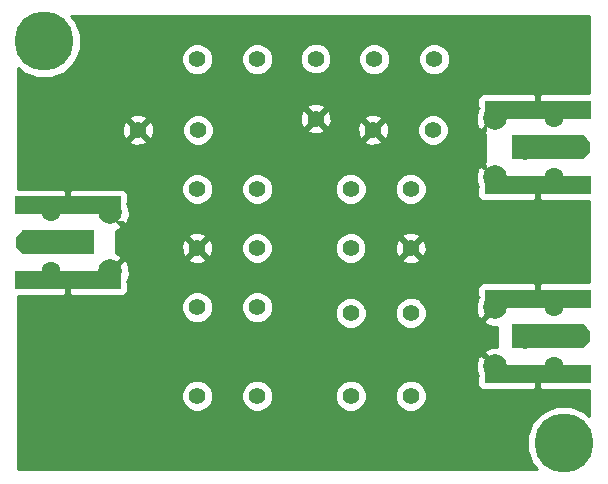
<source format=gtl>
G04 #@! TF.FileFunction,Copper,L1,Top,Signal*
%FSLAX45Y45*%
G04 Gerber Fmt 4.5, Leading zero omitted, Abs format (unit mm)*
G04 Created by KiCad (PCBNEW (2015-01-25 BZR 5388)-product) date Mo 03 Aug 2015 14:14:46 CEST*
%MOMM*%
G01*
G04 APERTURE LIST*
%ADD10C,0.150000*%
%ADD11C,5.001260*%
%ADD12C,1.422400*%
%ADD13C,1.397000*%
%ADD14R,8.999220X1.524000*%
%ADD15R,6.096000X1.998980*%
%ADD16C,1.998980*%
%ADD17C,1.600200*%
%ADD18C,0.508000*%
%ADD19C,0.254000*%
G04 APERTURE END LIST*
D10*
D11*
X17100042Y-9900158D03*
X12700000Y-6499860D03*
D12*
X15296000Y-9500000D03*
X15804000Y-9500000D03*
X15296000Y-8800000D03*
X15804000Y-8800000D03*
X15804000Y-7750000D03*
X15296000Y-7750000D03*
X15496000Y-6650000D03*
X16004000Y-6650000D03*
X13996000Y-6650000D03*
X14504000Y-6650000D03*
X14503908Y-7750048D03*
X13995908Y-7750048D03*
X13995908Y-8750046D03*
X14503908Y-8750046D03*
X13995908Y-9500108D03*
X14503908Y-9500108D03*
D13*
X15296000Y-8250000D03*
X15804000Y-8250000D03*
X15994000Y-7250000D03*
X15486000Y-7250000D03*
X14004036Y-7249922D03*
X13496036Y-7249922D03*
X15000000Y-6646000D03*
X15000000Y-7154000D03*
X14503908Y-8249920D03*
X13995908Y-8249920D03*
D14*
X12900074Y-8519484D03*
D10*
G36*
X12510819Y-8103051D02*
X12510819Y-8302949D01*
X12460781Y-8243005D01*
X12460781Y-8162995D01*
X12510819Y-8103051D01*
X12510819Y-8103051D01*
G37*
D14*
X12900074Y-7887024D03*
D15*
X12816000Y-8203000D03*
D16*
X13010056Y-8197920D03*
D17*
X12760120Y-7947984D03*
X12760120Y-8448110D03*
D16*
X13259992Y-8448110D03*
X13259992Y-7947984D03*
D14*
X16879926Y-7080516D03*
D10*
G36*
X17269181Y-7496949D02*
X17269181Y-7297051D01*
X17319219Y-7356995D01*
X17319219Y-7437005D01*
X17269181Y-7496949D01*
X17269181Y-7496949D01*
G37*
D14*
X16879926Y-7712976D03*
D15*
X16964000Y-7397000D03*
D16*
X16769944Y-7402080D03*
D17*
X17019880Y-7652016D03*
X17019880Y-7151890D03*
D16*
X16520008Y-7151890D03*
X16520008Y-7652016D03*
D14*
X16879926Y-8680516D03*
D10*
G36*
X17269181Y-9096949D02*
X17269181Y-8897051D01*
X17319219Y-8956995D01*
X17319219Y-9037005D01*
X17269181Y-9096949D01*
X17269181Y-9096949D01*
G37*
D14*
X16879926Y-9312976D03*
D15*
X16964000Y-8997000D03*
D16*
X16769944Y-9002080D03*
D17*
X17019880Y-9252016D03*
X17019880Y-8751890D03*
D16*
X16520008Y-8751890D03*
X16520008Y-9252016D03*
D18*
X16879926Y-9312976D02*
X16787024Y-9312976D01*
X16879926Y-9520074D02*
X16850000Y-9550000D01*
X16879926Y-9312976D02*
X16879926Y-9520074D01*
X13995908Y-8750046D02*
X13995908Y-8705908D01*
X12816000Y-8203000D02*
X12485800Y-8203000D01*
X16961000Y-9000000D02*
X16964000Y-8997000D01*
X16964000Y-8997000D02*
X17294200Y-8997000D01*
X16961000Y-7400000D02*
X16964000Y-7397000D01*
X16964000Y-7397000D02*
X17294200Y-7397000D01*
D19*
G36*
X17317466Y-9674129D02*
X17277893Y-9634487D01*
X17162687Y-9586650D01*
X17037944Y-9586541D01*
X16922655Y-9634177D01*
X16834371Y-9722307D01*
X16786534Y-9837513D01*
X16786425Y-9962256D01*
X16834061Y-10077545D01*
X16873775Y-10117328D01*
X16138643Y-10117328D01*
X16138643Y-6623340D01*
X16118192Y-6573843D01*
X16080356Y-6535941D01*
X16030895Y-6515403D01*
X15977340Y-6515357D01*
X15927843Y-6535808D01*
X15889941Y-6573644D01*
X15869403Y-6623105D01*
X15869357Y-6676660D01*
X15889808Y-6726156D01*
X15927644Y-6764059D01*
X15977105Y-6784597D01*
X16030660Y-6784643D01*
X16080156Y-6764192D01*
X16118059Y-6726356D01*
X16138597Y-6676895D01*
X16138643Y-6623340D01*
X16138643Y-10117328D01*
X16127373Y-10117328D01*
X16127373Y-7223591D01*
X16107115Y-7174562D01*
X16069635Y-7137017D01*
X16020641Y-7116673D01*
X15967591Y-7116627D01*
X15918562Y-7136885D01*
X15881017Y-7174365D01*
X15860673Y-7223359D01*
X15860627Y-7276409D01*
X15880885Y-7325438D01*
X15918365Y-7362983D01*
X15967359Y-7383327D01*
X16020409Y-7383373D01*
X16069438Y-7363115D01*
X16106983Y-7325635D01*
X16127327Y-7276641D01*
X16127373Y-7223591D01*
X16127373Y-10117328D01*
X15938643Y-10117328D01*
X15938643Y-9473340D01*
X15938643Y-8773340D01*
X15938643Y-7723340D01*
X15918192Y-7673843D01*
X15880356Y-7635941D01*
X15830895Y-7615403D01*
X15777340Y-7615357D01*
X15727843Y-7635808D01*
X15689941Y-7673644D01*
X15669403Y-7723105D01*
X15669357Y-7776660D01*
X15689808Y-7826156D01*
X15727644Y-7864059D01*
X15777105Y-7884597D01*
X15830660Y-7884643D01*
X15880156Y-7864192D01*
X15918059Y-7826356D01*
X15938597Y-7776895D01*
X15938643Y-7723340D01*
X15938643Y-8773340D01*
X15938593Y-8773217D01*
X15938593Y-8269252D01*
X15935715Y-8216280D01*
X15920980Y-8180707D01*
X15897419Y-8174542D01*
X15879458Y-8192502D01*
X15879458Y-8156581D01*
X15873293Y-8133020D01*
X15823252Y-8115407D01*
X15770280Y-8118285D01*
X15734707Y-8133020D01*
X15728542Y-8156581D01*
X15804000Y-8232039D01*
X15879458Y-8156581D01*
X15879458Y-8192502D01*
X15821960Y-8250000D01*
X15897419Y-8325458D01*
X15920980Y-8319293D01*
X15938593Y-8269252D01*
X15938593Y-8773217D01*
X15918192Y-8723844D01*
X15880356Y-8685941D01*
X15879458Y-8685569D01*
X15879458Y-8343419D01*
X15804000Y-8267960D01*
X15786039Y-8285921D01*
X15786039Y-8250000D01*
X15710581Y-8174542D01*
X15687020Y-8180707D01*
X15669407Y-8230748D01*
X15672285Y-8283720D01*
X15687020Y-8319293D01*
X15710581Y-8325458D01*
X15786039Y-8250000D01*
X15786039Y-8285921D01*
X15728542Y-8343419D01*
X15734707Y-8366980D01*
X15784748Y-8384593D01*
X15837720Y-8381715D01*
X15873293Y-8366980D01*
X15879458Y-8343419D01*
X15879458Y-8685569D01*
X15830895Y-8665403D01*
X15777340Y-8665357D01*
X15727843Y-8685808D01*
X15689941Y-8723644D01*
X15669403Y-8773105D01*
X15669357Y-8826660D01*
X15689808Y-8876157D01*
X15727644Y-8914059D01*
X15777105Y-8934597D01*
X15830660Y-8934643D01*
X15880156Y-8914192D01*
X15918059Y-8876356D01*
X15938597Y-8826895D01*
X15938643Y-8773340D01*
X15938643Y-9473340D01*
X15918192Y-9423844D01*
X15880356Y-9385941D01*
X15830895Y-9365403D01*
X15777340Y-9365357D01*
X15727843Y-9385808D01*
X15689941Y-9423644D01*
X15669403Y-9473105D01*
X15669357Y-9526660D01*
X15689808Y-9576157D01*
X15727644Y-9614059D01*
X15777105Y-9634597D01*
X15830660Y-9634643D01*
X15880156Y-9614192D01*
X15918059Y-9576356D01*
X15938597Y-9526895D01*
X15938643Y-9473340D01*
X15938643Y-10117328D01*
X15630643Y-10117328D01*
X15630643Y-6623340D01*
X15610192Y-6573843D01*
X15572356Y-6535941D01*
X15522895Y-6515403D01*
X15469340Y-6515357D01*
X15419843Y-6535808D01*
X15381941Y-6573644D01*
X15361403Y-6623105D01*
X15361357Y-6676660D01*
X15381808Y-6726156D01*
X15419644Y-6764059D01*
X15469105Y-6784597D01*
X15522660Y-6784643D01*
X15572156Y-6764192D01*
X15610059Y-6726356D01*
X15630597Y-6676895D01*
X15630643Y-6623340D01*
X15630643Y-10117328D01*
X15620593Y-10117328D01*
X15620593Y-7269252D01*
X15617715Y-7216280D01*
X15602980Y-7180707D01*
X15579419Y-7174542D01*
X15561458Y-7192502D01*
X15561458Y-7156581D01*
X15555293Y-7133020D01*
X15505252Y-7115407D01*
X15452280Y-7118285D01*
X15416707Y-7133020D01*
X15410542Y-7156581D01*
X15486000Y-7232039D01*
X15561458Y-7156581D01*
X15561458Y-7192502D01*
X15503960Y-7250000D01*
X15579419Y-7325458D01*
X15602980Y-7319293D01*
X15620593Y-7269252D01*
X15620593Y-10117328D01*
X15561458Y-10117328D01*
X15561458Y-7343419D01*
X15486000Y-7267960D01*
X15468039Y-7285921D01*
X15468039Y-7250000D01*
X15392581Y-7174542D01*
X15369020Y-7180707D01*
X15351407Y-7230748D01*
X15354285Y-7283720D01*
X15369020Y-7319293D01*
X15392581Y-7325458D01*
X15468039Y-7250000D01*
X15468039Y-7285921D01*
X15410542Y-7343419D01*
X15416707Y-7366980D01*
X15466748Y-7384593D01*
X15519720Y-7381715D01*
X15555293Y-7366980D01*
X15561458Y-7343419D01*
X15561458Y-10117328D01*
X15430643Y-10117328D01*
X15430643Y-9473340D01*
X15430643Y-8773340D01*
X15430643Y-7723340D01*
X15410192Y-7673843D01*
X15372356Y-7635941D01*
X15322895Y-7615403D01*
X15269340Y-7615357D01*
X15219843Y-7635808D01*
X15181941Y-7673644D01*
X15161403Y-7723105D01*
X15161357Y-7776660D01*
X15181808Y-7826156D01*
X15219644Y-7864059D01*
X15269105Y-7884597D01*
X15322660Y-7884643D01*
X15372156Y-7864192D01*
X15410059Y-7826356D01*
X15430597Y-7776895D01*
X15430643Y-7723340D01*
X15430643Y-8773340D01*
X15429373Y-8770266D01*
X15429373Y-8223591D01*
X15409115Y-8174562D01*
X15371635Y-8137017D01*
X15322641Y-8116673D01*
X15269591Y-8116627D01*
X15220562Y-8136885D01*
X15183017Y-8174365D01*
X15162673Y-8223359D01*
X15162627Y-8276409D01*
X15182885Y-8325438D01*
X15220365Y-8362983D01*
X15269359Y-8383327D01*
X15322409Y-8383373D01*
X15371438Y-8363115D01*
X15408983Y-8325635D01*
X15429327Y-8276641D01*
X15429373Y-8223591D01*
X15429373Y-8770266D01*
X15410192Y-8723844D01*
X15372356Y-8685941D01*
X15322895Y-8665403D01*
X15269340Y-8665357D01*
X15219843Y-8685808D01*
X15181941Y-8723644D01*
X15161403Y-8773105D01*
X15161357Y-8826660D01*
X15181808Y-8876157D01*
X15219644Y-8914059D01*
X15269105Y-8934597D01*
X15322660Y-8934643D01*
X15372156Y-8914192D01*
X15410059Y-8876356D01*
X15430597Y-8826895D01*
X15430643Y-8773340D01*
X15430643Y-9473340D01*
X15410192Y-9423844D01*
X15372356Y-9385941D01*
X15322895Y-9365403D01*
X15269340Y-9365357D01*
X15219843Y-9385808D01*
X15181941Y-9423644D01*
X15161403Y-9473105D01*
X15161357Y-9526660D01*
X15181808Y-9576157D01*
X15219644Y-9614059D01*
X15269105Y-9634597D01*
X15322660Y-9634643D01*
X15372156Y-9614192D01*
X15410059Y-9576356D01*
X15430597Y-9526895D01*
X15430643Y-9473340D01*
X15430643Y-10117328D01*
X15134593Y-10117328D01*
X15134593Y-7173252D01*
X15133373Y-7150803D01*
X15133373Y-6619591D01*
X15113115Y-6570562D01*
X15075635Y-6533017D01*
X15026641Y-6512673D01*
X14973591Y-6512627D01*
X14924562Y-6532885D01*
X14887017Y-6570365D01*
X14866673Y-6619359D01*
X14866627Y-6672409D01*
X14886885Y-6721438D01*
X14924365Y-6758983D01*
X14973359Y-6779327D01*
X15026409Y-6779373D01*
X15075438Y-6759115D01*
X15112983Y-6721635D01*
X15133327Y-6672641D01*
X15133373Y-6619591D01*
X15133373Y-7150803D01*
X15131715Y-7120280D01*
X15116980Y-7084707D01*
X15093419Y-7078542D01*
X15075458Y-7096502D01*
X15075458Y-7060581D01*
X15069293Y-7037020D01*
X15019252Y-7019407D01*
X14966280Y-7022285D01*
X14930707Y-7037020D01*
X14924542Y-7060581D01*
X15000000Y-7136039D01*
X15075458Y-7060581D01*
X15075458Y-7096502D01*
X15017960Y-7154000D01*
X15093419Y-7229458D01*
X15116980Y-7223293D01*
X15134593Y-7173252D01*
X15134593Y-10117328D01*
X15075458Y-10117328D01*
X15075458Y-7247419D01*
X15000000Y-7171960D01*
X14982039Y-7189921D01*
X14982039Y-7154000D01*
X14906581Y-7078542D01*
X14883020Y-7084707D01*
X14865407Y-7134748D01*
X14868285Y-7187720D01*
X14883020Y-7223293D01*
X14906581Y-7229458D01*
X14982039Y-7154000D01*
X14982039Y-7189921D01*
X14924542Y-7247419D01*
X14930707Y-7270980D01*
X14980748Y-7288593D01*
X15033720Y-7285715D01*
X15069293Y-7270980D01*
X15075458Y-7247419D01*
X15075458Y-10117328D01*
X14638643Y-10117328D01*
X14638643Y-6623340D01*
X14618192Y-6573843D01*
X14580356Y-6535941D01*
X14530895Y-6515403D01*
X14477340Y-6515357D01*
X14427843Y-6535808D01*
X14389941Y-6573644D01*
X14369403Y-6623105D01*
X14369357Y-6676660D01*
X14389808Y-6726156D01*
X14427644Y-6764059D01*
X14477105Y-6784597D01*
X14530660Y-6784643D01*
X14580156Y-6764192D01*
X14618059Y-6726356D01*
X14638597Y-6676895D01*
X14638643Y-6623340D01*
X14638643Y-10117328D01*
X14638551Y-10117328D01*
X14638551Y-9473448D01*
X14638551Y-8723386D01*
X14638551Y-7723388D01*
X14618100Y-7673891D01*
X14580264Y-7635989D01*
X14530803Y-7615451D01*
X14477248Y-7615405D01*
X14427751Y-7635856D01*
X14389849Y-7673692D01*
X14369311Y-7723153D01*
X14369265Y-7776708D01*
X14389716Y-7826204D01*
X14427552Y-7864107D01*
X14477013Y-7884645D01*
X14530568Y-7884691D01*
X14580064Y-7864240D01*
X14617967Y-7826404D01*
X14638505Y-7776943D01*
X14638551Y-7723388D01*
X14638551Y-8723386D01*
X14637281Y-8720312D01*
X14637281Y-8223511D01*
X14617023Y-8174482D01*
X14579543Y-8136937D01*
X14530549Y-8116593D01*
X14477499Y-8116547D01*
X14428470Y-8136805D01*
X14390925Y-8174285D01*
X14370581Y-8223279D01*
X14370535Y-8276329D01*
X14390793Y-8325358D01*
X14428273Y-8362903D01*
X14477267Y-8383247D01*
X14530317Y-8383293D01*
X14579346Y-8363035D01*
X14616891Y-8325555D01*
X14637235Y-8276561D01*
X14637281Y-8223511D01*
X14637281Y-8720312D01*
X14618100Y-8673890D01*
X14580264Y-8635987D01*
X14530803Y-8615449D01*
X14477248Y-8615403D01*
X14427751Y-8635854D01*
X14389849Y-8673690D01*
X14369311Y-8723151D01*
X14369265Y-8776706D01*
X14389716Y-8826203D01*
X14427552Y-8864105D01*
X14477013Y-8884643D01*
X14530568Y-8884689D01*
X14580064Y-8864238D01*
X14617967Y-8826402D01*
X14638505Y-8776941D01*
X14638551Y-8723386D01*
X14638551Y-9473448D01*
X14618100Y-9423952D01*
X14580264Y-9386049D01*
X14530803Y-9365511D01*
X14477248Y-9365465D01*
X14427751Y-9385916D01*
X14389849Y-9423752D01*
X14369311Y-9473213D01*
X14369265Y-9526768D01*
X14389716Y-9576265D01*
X14427552Y-9614167D01*
X14477013Y-9634705D01*
X14530568Y-9634751D01*
X14580064Y-9614300D01*
X14617967Y-9576464D01*
X14638505Y-9527003D01*
X14638551Y-9473448D01*
X14638551Y-10117328D01*
X14137409Y-10117328D01*
X14137409Y-7223513D01*
X14130643Y-7207139D01*
X14130643Y-6623340D01*
X14110192Y-6573843D01*
X14072356Y-6535941D01*
X14022895Y-6515403D01*
X13969340Y-6515357D01*
X13919843Y-6535808D01*
X13881941Y-6573644D01*
X13861403Y-6623105D01*
X13861357Y-6676660D01*
X13881808Y-6726156D01*
X13919644Y-6764059D01*
X13969105Y-6784597D01*
X14022660Y-6784643D01*
X14072156Y-6764192D01*
X14110059Y-6726356D01*
X14130597Y-6676895D01*
X14130643Y-6623340D01*
X14130643Y-7207139D01*
X14117151Y-7174484D01*
X14079671Y-7136939D01*
X14030677Y-7116595D01*
X13977627Y-7116549D01*
X13928598Y-7136807D01*
X13891053Y-7174287D01*
X13870709Y-7223281D01*
X13870663Y-7276331D01*
X13890921Y-7325360D01*
X13928401Y-7362905D01*
X13977395Y-7383249D01*
X14030445Y-7383295D01*
X14079474Y-7363037D01*
X14117019Y-7325557D01*
X14137363Y-7276563D01*
X14137409Y-7223513D01*
X14137409Y-10117328D01*
X14130551Y-10117328D01*
X14130551Y-9473448D01*
X14130551Y-8723386D01*
X14130551Y-7723388D01*
X14110100Y-7673891D01*
X14072264Y-7635989D01*
X14022803Y-7615451D01*
X13969248Y-7615405D01*
X13919751Y-7635856D01*
X13881849Y-7673692D01*
X13861311Y-7723153D01*
X13861265Y-7776708D01*
X13881716Y-7826204D01*
X13919552Y-7864107D01*
X13969013Y-7884645D01*
X14022568Y-7884691D01*
X14072064Y-7864240D01*
X14109967Y-7826404D01*
X14130505Y-7776943D01*
X14130551Y-7723388D01*
X14130551Y-8723386D01*
X14130501Y-8723263D01*
X14130501Y-8269172D01*
X14127623Y-8216200D01*
X14112888Y-8180627D01*
X14089327Y-8174462D01*
X14071366Y-8192422D01*
X14071366Y-8156501D01*
X14065201Y-8132940D01*
X14015160Y-8115327D01*
X13962188Y-8118205D01*
X13926615Y-8132940D01*
X13920450Y-8156501D01*
X13995908Y-8231959D01*
X14071366Y-8156501D01*
X14071366Y-8192422D01*
X14013868Y-8249920D01*
X14089327Y-8325378D01*
X14112888Y-8319213D01*
X14130501Y-8269172D01*
X14130501Y-8723263D01*
X14110100Y-8673890D01*
X14072264Y-8635987D01*
X14071366Y-8635615D01*
X14071366Y-8343339D01*
X13995908Y-8267880D01*
X13977947Y-8285841D01*
X13977947Y-8249920D01*
X13902489Y-8174462D01*
X13878928Y-8180627D01*
X13861315Y-8230668D01*
X13864193Y-8283640D01*
X13878928Y-8319213D01*
X13902489Y-8325378D01*
X13977947Y-8249920D01*
X13977947Y-8285841D01*
X13920450Y-8343339D01*
X13926615Y-8366900D01*
X13976656Y-8384513D01*
X14029628Y-8381635D01*
X14065201Y-8366900D01*
X14071366Y-8343339D01*
X14071366Y-8635615D01*
X14022803Y-8615449D01*
X13969248Y-8615403D01*
X13919751Y-8635854D01*
X13881849Y-8673690D01*
X13861311Y-8723151D01*
X13861265Y-8776706D01*
X13881716Y-8826203D01*
X13919552Y-8864105D01*
X13969013Y-8884643D01*
X14022568Y-8884689D01*
X14072064Y-8864238D01*
X14109967Y-8826402D01*
X14130505Y-8776941D01*
X14130551Y-8723386D01*
X14130551Y-9473448D01*
X14110100Y-9423952D01*
X14072264Y-9386049D01*
X14022803Y-9365511D01*
X13969248Y-9365465D01*
X13919751Y-9385916D01*
X13881849Y-9423752D01*
X13861311Y-9473213D01*
X13861265Y-9526768D01*
X13881716Y-9576265D01*
X13919552Y-9614167D01*
X13969013Y-9634705D01*
X14022568Y-9634751D01*
X14072064Y-9614300D01*
X14109967Y-9576464D01*
X14130505Y-9527003D01*
X14130551Y-9473448D01*
X14130551Y-10117328D01*
X13630629Y-10117328D01*
X13630629Y-7269174D01*
X13627751Y-7216202D01*
X13613016Y-7180629D01*
X13589455Y-7174464D01*
X13571494Y-7192424D01*
X13571494Y-7156503D01*
X13565329Y-7132942D01*
X13515288Y-7115329D01*
X13462316Y-7118207D01*
X13426743Y-7132942D01*
X13420578Y-7156503D01*
X13496036Y-7231961D01*
X13571494Y-7156503D01*
X13571494Y-7192424D01*
X13513996Y-7249922D01*
X13589455Y-7325380D01*
X13613016Y-7319215D01*
X13630629Y-7269174D01*
X13630629Y-10117328D01*
X13571494Y-10117328D01*
X13571494Y-7343341D01*
X13496036Y-7267882D01*
X13478075Y-7285843D01*
X13478075Y-7249922D01*
X13402617Y-7174464D01*
X13379056Y-7180629D01*
X13361443Y-7230670D01*
X13364321Y-7283642D01*
X13379056Y-7319215D01*
X13402617Y-7325380D01*
X13478075Y-7249922D01*
X13478075Y-7285843D01*
X13420578Y-7343341D01*
X13426743Y-7366902D01*
X13476784Y-7384515D01*
X13529756Y-7381637D01*
X13565329Y-7366902D01*
X13571494Y-7343341D01*
X13571494Y-10117328D01*
X12482576Y-10117328D01*
X12482576Y-8659184D01*
X12871499Y-8659184D01*
X12887374Y-8643309D01*
X12887374Y-8532184D01*
X12885374Y-8532184D01*
X12885374Y-8523559D01*
X12885515Y-8523517D01*
X12892248Y-8504784D01*
X12912774Y-8504784D01*
X12912774Y-8506784D01*
X13106198Y-8506784D01*
X13116719Y-8532184D01*
X12912774Y-8532184D01*
X12912774Y-8643309D01*
X12928649Y-8659184D01*
X13362666Y-8659184D01*
X13386005Y-8649517D01*
X13403868Y-8631654D01*
X13413535Y-8608315D01*
X13413535Y-8583053D01*
X13413535Y-8548059D01*
X13401226Y-8535750D01*
X13401888Y-8535506D01*
X13424532Y-8474552D01*
X13422126Y-8409572D01*
X13401888Y-8360714D01*
X13375208Y-8350854D01*
X13346278Y-8379784D01*
X13312700Y-8379784D01*
X13312700Y-8377441D01*
X13357248Y-8332894D01*
X13347388Y-8306213D01*
X13312700Y-8293327D01*
X13312700Y-8104248D01*
X13347388Y-8089880D01*
X13357248Y-8063200D01*
X13320771Y-8026724D01*
X13356692Y-8026724D01*
X13375208Y-8045240D01*
X13401888Y-8035380D01*
X13424532Y-7974426D01*
X13422126Y-7909446D01*
X13404673Y-7867311D01*
X13413535Y-7858449D01*
X13413535Y-7823455D01*
X13413535Y-7798193D01*
X13403868Y-7774854D01*
X13386005Y-7756991D01*
X13362666Y-7747324D01*
X12928649Y-7747324D01*
X12912774Y-7763199D01*
X12912774Y-7874324D01*
X13112993Y-7874324D01*
X13103557Y-7899724D01*
X12912774Y-7899724D01*
X12912774Y-7901724D01*
X12897587Y-7901724D01*
X12886238Y-7874324D01*
X12887374Y-7874324D01*
X12887374Y-7763199D01*
X12871499Y-7747324D01*
X12482576Y-7747324D01*
X12482576Y-6725889D01*
X12522149Y-6765531D01*
X12637355Y-6813368D01*
X12762098Y-6813477D01*
X12877387Y-6765841D01*
X12965671Y-6677711D01*
X13013508Y-6562505D01*
X13013617Y-6437762D01*
X12965981Y-6322473D01*
X12926014Y-6282436D01*
X17317466Y-6282436D01*
X17317466Y-6940816D01*
X16908501Y-6940816D01*
X16892626Y-6956691D01*
X16892626Y-7067816D01*
X16894626Y-7067816D01*
X16894626Y-7076441D01*
X16894485Y-7076483D01*
X16887752Y-7095216D01*
X16867226Y-7095216D01*
X16867226Y-7093216D01*
X16673801Y-7093216D01*
X16663280Y-7067816D01*
X16867226Y-7067816D01*
X16867226Y-6956691D01*
X16851351Y-6940816D01*
X16417334Y-6940816D01*
X16393995Y-6950483D01*
X16376132Y-6968346D01*
X16366465Y-6991685D01*
X16366465Y-7016947D01*
X16366465Y-7051941D01*
X16378773Y-7064249D01*
X16378111Y-7064494D01*
X16355468Y-7125448D01*
X16357874Y-7190428D01*
X16378111Y-7239286D01*
X16404792Y-7249146D01*
X16433721Y-7220216D01*
X16437300Y-7220216D01*
X16437300Y-7252558D01*
X16422752Y-7267106D01*
X16432612Y-7293786D01*
X16437300Y-7295528D01*
X16437300Y-7508178D01*
X16432612Y-7510119D01*
X16422752Y-7536800D01*
X16437300Y-7551347D01*
X16437300Y-7573276D01*
X16423307Y-7573276D01*
X16404792Y-7554760D01*
X16378111Y-7564620D01*
X16355468Y-7625574D01*
X16357874Y-7690554D01*
X16375327Y-7732689D01*
X16366465Y-7741551D01*
X16366465Y-7776545D01*
X16366465Y-7801807D01*
X16376132Y-7825146D01*
X16393995Y-7843009D01*
X16417334Y-7852676D01*
X16851351Y-7852676D01*
X16867226Y-7836801D01*
X16867226Y-7725676D01*
X16667007Y-7725676D01*
X16671827Y-7712700D01*
X16888387Y-7712700D01*
X16893762Y-7725676D01*
X16892626Y-7725676D01*
X16892626Y-7836801D01*
X16908501Y-7852676D01*
X17317466Y-7852676D01*
X17317466Y-8540816D01*
X16908501Y-8540816D01*
X16892626Y-8556691D01*
X16892626Y-8667816D01*
X16894626Y-8667816D01*
X16894626Y-8676441D01*
X16894485Y-8676484D01*
X16887752Y-8695216D01*
X16867226Y-8695216D01*
X16867226Y-8693216D01*
X16673801Y-8693216D01*
X16663280Y-8667816D01*
X16867226Y-8667816D01*
X16867226Y-8556691D01*
X16851351Y-8540816D01*
X16417334Y-8540816D01*
X16393995Y-8550483D01*
X16376132Y-8568346D01*
X16366465Y-8591685D01*
X16366465Y-8616947D01*
X16366465Y-8651941D01*
X16378773Y-8664250D01*
X16378111Y-8664494D01*
X16355468Y-8725448D01*
X16357874Y-8790428D01*
X16378111Y-8839286D01*
X16404792Y-8849146D01*
X16433721Y-8820216D01*
X16469642Y-8820216D01*
X16422752Y-8867106D01*
X16432612Y-8893787D01*
X16493566Y-8916430D01*
X16537300Y-8914811D01*
X16537300Y-9000000D01*
X16537300Y-9087815D01*
X16481470Y-9089882D01*
X16432612Y-9110120D01*
X16422752Y-9136800D01*
X16459228Y-9173276D01*
X16423307Y-9173276D01*
X16404792Y-9154760D01*
X16378111Y-9164620D01*
X16355468Y-9225574D01*
X16357874Y-9290554D01*
X16375327Y-9332689D01*
X16366465Y-9341551D01*
X16366465Y-9376545D01*
X16366465Y-9401807D01*
X16376132Y-9425146D01*
X16393995Y-9443009D01*
X16417334Y-9452676D01*
X16851351Y-9452676D01*
X16867226Y-9436801D01*
X16867226Y-9325676D01*
X16667007Y-9325676D01*
X16676443Y-9300276D01*
X16867226Y-9300276D01*
X16867226Y-9298276D01*
X16882412Y-9298276D01*
X16893762Y-9325676D01*
X16892626Y-9325676D01*
X16892626Y-9436801D01*
X16908501Y-9452676D01*
X17317466Y-9452676D01*
X17317466Y-9674129D01*
X17317466Y-9674129D01*
G37*
X17317466Y-9674129D02*
X17277893Y-9634487D01*
X17162687Y-9586650D01*
X17037944Y-9586541D01*
X16922655Y-9634177D01*
X16834371Y-9722307D01*
X16786534Y-9837513D01*
X16786425Y-9962256D01*
X16834061Y-10077545D01*
X16873775Y-10117328D01*
X16138643Y-10117328D01*
X16138643Y-6623340D01*
X16118192Y-6573843D01*
X16080356Y-6535941D01*
X16030895Y-6515403D01*
X15977340Y-6515357D01*
X15927843Y-6535808D01*
X15889941Y-6573644D01*
X15869403Y-6623105D01*
X15869357Y-6676660D01*
X15889808Y-6726156D01*
X15927644Y-6764059D01*
X15977105Y-6784597D01*
X16030660Y-6784643D01*
X16080156Y-6764192D01*
X16118059Y-6726356D01*
X16138597Y-6676895D01*
X16138643Y-6623340D01*
X16138643Y-10117328D01*
X16127373Y-10117328D01*
X16127373Y-7223591D01*
X16107115Y-7174562D01*
X16069635Y-7137017D01*
X16020641Y-7116673D01*
X15967591Y-7116627D01*
X15918562Y-7136885D01*
X15881017Y-7174365D01*
X15860673Y-7223359D01*
X15860627Y-7276409D01*
X15880885Y-7325438D01*
X15918365Y-7362983D01*
X15967359Y-7383327D01*
X16020409Y-7383373D01*
X16069438Y-7363115D01*
X16106983Y-7325635D01*
X16127327Y-7276641D01*
X16127373Y-7223591D01*
X16127373Y-10117328D01*
X15938643Y-10117328D01*
X15938643Y-9473340D01*
X15938643Y-8773340D01*
X15938643Y-7723340D01*
X15918192Y-7673843D01*
X15880356Y-7635941D01*
X15830895Y-7615403D01*
X15777340Y-7615357D01*
X15727843Y-7635808D01*
X15689941Y-7673644D01*
X15669403Y-7723105D01*
X15669357Y-7776660D01*
X15689808Y-7826156D01*
X15727644Y-7864059D01*
X15777105Y-7884597D01*
X15830660Y-7884643D01*
X15880156Y-7864192D01*
X15918059Y-7826356D01*
X15938597Y-7776895D01*
X15938643Y-7723340D01*
X15938643Y-8773340D01*
X15938593Y-8773217D01*
X15938593Y-8269252D01*
X15935715Y-8216280D01*
X15920980Y-8180707D01*
X15897419Y-8174542D01*
X15879458Y-8192502D01*
X15879458Y-8156581D01*
X15873293Y-8133020D01*
X15823252Y-8115407D01*
X15770280Y-8118285D01*
X15734707Y-8133020D01*
X15728542Y-8156581D01*
X15804000Y-8232039D01*
X15879458Y-8156581D01*
X15879458Y-8192502D01*
X15821960Y-8250000D01*
X15897419Y-8325458D01*
X15920980Y-8319293D01*
X15938593Y-8269252D01*
X15938593Y-8773217D01*
X15918192Y-8723844D01*
X15880356Y-8685941D01*
X15879458Y-8685569D01*
X15879458Y-8343419D01*
X15804000Y-8267960D01*
X15786039Y-8285921D01*
X15786039Y-8250000D01*
X15710581Y-8174542D01*
X15687020Y-8180707D01*
X15669407Y-8230748D01*
X15672285Y-8283720D01*
X15687020Y-8319293D01*
X15710581Y-8325458D01*
X15786039Y-8250000D01*
X15786039Y-8285921D01*
X15728542Y-8343419D01*
X15734707Y-8366980D01*
X15784748Y-8384593D01*
X15837720Y-8381715D01*
X15873293Y-8366980D01*
X15879458Y-8343419D01*
X15879458Y-8685569D01*
X15830895Y-8665403D01*
X15777340Y-8665357D01*
X15727843Y-8685808D01*
X15689941Y-8723644D01*
X15669403Y-8773105D01*
X15669357Y-8826660D01*
X15689808Y-8876157D01*
X15727644Y-8914059D01*
X15777105Y-8934597D01*
X15830660Y-8934643D01*
X15880156Y-8914192D01*
X15918059Y-8876356D01*
X15938597Y-8826895D01*
X15938643Y-8773340D01*
X15938643Y-9473340D01*
X15918192Y-9423844D01*
X15880356Y-9385941D01*
X15830895Y-9365403D01*
X15777340Y-9365357D01*
X15727843Y-9385808D01*
X15689941Y-9423644D01*
X15669403Y-9473105D01*
X15669357Y-9526660D01*
X15689808Y-9576157D01*
X15727644Y-9614059D01*
X15777105Y-9634597D01*
X15830660Y-9634643D01*
X15880156Y-9614192D01*
X15918059Y-9576356D01*
X15938597Y-9526895D01*
X15938643Y-9473340D01*
X15938643Y-10117328D01*
X15630643Y-10117328D01*
X15630643Y-6623340D01*
X15610192Y-6573843D01*
X15572356Y-6535941D01*
X15522895Y-6515403D01*
X15469340Y-6515357D01*
X15419843Y-6535808D01*
X15381941Y-6573644D01*
X15361403Y-6623105D01*
X15361357Y-6676660D01*
X15381808Y-6726156D01*
X15419644Y-6764059D01*
X15469105Y-6784597D01*
X15522660Y-6784643D01*
X15572156Y-6764192D01*
X15610059Y-6726356D01*
X15630597Y-6676895D01*
X15630643Y-6623340D01*
X15630643Y-10117328D01*
X15620593Y-10117328D01*
X15620593Y-7269252D01*
X15617715Y-7216280D01*
X15602980Y-7180707D01*
X15579419Y-7174542D01*
X15561458Y-7192502D01*
X15561458Y-7156581D01*
X15555293Y-7133020D01*
X15505252Y-7115407D01*
X15452280Y-7118285D01*
X15416707Y-7133020D01*
X15410542Y-7156581D01*
X15486000Y-7232039D01*
X15561458Y-7156581D01*
X15561458Y-7192502D01*
X15503960Y-7250000D01*
X15579419Y-7325458D01*
X15602980Y-7319293D01*
X15620593Y-7269252D01*
X15620593Y-10117328D01*
X15561458Y-10117328D01*
X15561458Y-7343419D01*
X15486000Y-7267960D01*
X15468039Y-7285921D01*
X15468039Y-7250000D01*
X15392581Y-7174542D01*
X15369020Y-7180707D01*
X15351407Y-7230748D01*
X15354285Y-7283720D01*
X15369020Y-7319293D01*
X15392581Y-7325458D01*
X15468039Y-7250000D01*
X15468039Y-7285921D01*
X15410542Y-7343419D01*
X15416707Y-7366980D01*
X15466748Y-7384593D01*
X15519720Y-7381715D01*
X15555293Y-7366980D01*
X15561458Y-7343419D01*
X15561458Y-10117328D01*
X15430643Y-10117328D01*
X15430643Y-9473340D01*
X15430643Y-8773340D01*
X15430643Y-7723340D01*
X15410192Y-7673843D01*
X15372356Y-7635941D01*
X15322895Y-7615403D01*
X15269340Y-7615357D01*
X15219843Y-7635808D01*
X15181941Y-7673644D01*
X15161403Y-7723105D01*
X15161357Y-7776660D01*
X15181808Y-7826156D01*
X15219644Y-7864059D01*
X15269105Y-7884597D01*
X15322660Y-7884643D01*
X15372156Y-7864192D01*
X15410059Y-7826356D01*
X15430597Y-7776895D01*
X15430643Y-7723340D01*
X15430643Y-8773340D01*
X15429373Y-8770266D01*
X15429373Y-8223591D01*
X15409115Y-8174562D01*
X15371635Y-8137017D01*
X15322641Y-8116673D01*
X15269591Y-8116627D01*
X15220562Y-8136885D01*
X15183017Y-8174365D01*
X15162673Y-8223359D01*
X15162627Y-8276409D01*
X15182885Y-8325438D01*
X15220365Y-8362983D01*
X15269359Y-8383327D01*
X15322409Y-8383373D01*
X15371438Y-8363115D01*
X15408983Y-8325635D01*
X15429327Y-8276641D01*
X15429373Y-8223591D01*
X15429373Y-8770266D01*
X15410192Y-8723844D01*
X15372356Y-8685941D01*
X15322895Y-8665403D01*
X15269340Y-8665357D01*
X15219843Y-8685808D01*
X15181941Y-8723644D01*
X15161403Y-8773105D01*
X15161357Y-8826660D01*
X15181808Y-8876157D01*
X15219644Y-8914059D01*
X15269105Y-8934597D01*
X15322660Y-8934643D01*
X15372156Y-8914192D01*
X15410059Y-8876356D01*
X15430597Y-8826895D01*
X15430643Y-8773340D01*
X15430643Y-9473340D01*
X15410192Y-9423844D01*
X15372356Y-9385941D01*
X15322895Y-9365403D01*
X15269340Y-9365357D01*
X15219843Y-9385808D01*
X15181941Y-9423644D01*
X15161403Y-9473105D01*
X15161357Y-9526660D01*
X15181808Y-9576157D01*
X15219644Y-9614059D01*
X15269105Y-9634597D01*
X15322660Y-9634643D01*
X15372156Y-9614192D01*
X15410059Y-9576356D01*
X15430597Y-9526895D01*
X15430643Y-9473340D01*
X15430643Y-10117328D01*
X15134593Y-10117328D01*
X15134593Y-7173252D01*
X15133373Y-7150803D01*
X15133373Y-6619591D01*
X15113115Y-6570562D01*
X15075635Y-6533017D01*
X15026641Y-6512673D01*
X14973591Y-6512627D01*
X14924562Y-6532885D01*
X14887017Y-6570365D01*
X14866673Y-6619359D01*
X14866627Y-6672409D01*
X14886885Y-6721438D01*
X14924365Y-6758983D01*
X14973359Y-6779327D01*
X15026409Y-6779373D01*
X15075438Y-6759115D01*
X15112983Y-6721635D01*
X15133327Y-6672641D01*
X15133373Y-6619591D01*
X15133373Y-7150803D01*
X15131715Y-7120280D01*
X15116980Y-7084707D01*
X15093419Y-7078542D01*
X15075458Y-7096502D01*
X15075458Y-7060581D01*
X15069293Y-7037020D01*
X15019252Y-7019407D01*
X14966280Y-7022285D01*
X14930707Y-7037020D01*
X14924542Y-7060581D01*
X15000000Y-7136039D01*
X15075458Y-7060581D01*
X15075458Y-7096502D01*
X15017960Y-7154000D01*
X15093419Y-7229458D01*
X15116980Y-7223293D01*
X15134593Y-7173252D01*
X15134593Y-10117328D01*
X15075458Y-10117328D01*
X15075458Y-7247419D01*
X15000000Y-7171960D01*
X14982039Y-7189921D01*
X14982039Y-7154000D01*
X14906581Y-7078542D01*
X14883020Y-7084707D01*
X14865407Y-7134748D01*
X14868285Y-7187720D01*
X14883020Y-7223293D01*
X14906581Y-7229458D01*
X14982039Y-7154000D01*
X14982039Y-7189921D01*
X14924542Y-7247419D01*
X14930707Y-7270980D01*
X14980748Y-7288593D01*
X15033720Y-7285715D01*
X15069293Y-7270980D01*
X15075458Y-7247419D01*
X15075458Y-10117328D01*
X14638643Y-10117328D01*
X14638643Y-6623340D01*
X14618192Y-6573843D01*
X14580356Y-6535941D01*
X14530895Y-6515403D01*
X14477340Y-6515357D01*
X14427843Y-6535808D01*
X14389941Y-6573644D01*
X14369403Y-6623105D01*
X14369357Y-6676660D01*
X14389808Y-6726156D01*
X14427644Y-6764059D01*
X14477105Y-6784597D01*
X14530660Y-6784643D01*
X14580156Y-6764192D01*
X14618059Y-6726356D01*
X14638597Y-6676895D01*
X14638643Y-6623340D01*
X14638643Y-10117328D01*
X14638551Y-10117328D01*
X14638551Y-9473448D01*
X14638551Y-8723386D01*
X14638551Y-7723388D01*
X14618100Y-7673891D01*
X14580264Y-7635989D01*
X14530803Y-7615451D01*
X14477248Y-7615405D01*
X14427751Y-7635856D01*
X14389849Y-7673692D01*
X14369311Y-7723153D01*
X14369265Y-7776708D01*
X14389716Y-7826204D01*
X14427552Y-7864107D01*
X14477013Y-7884645D01*
X14530568Y-7884691D01*
X14580064Y-7864240D01*
X14617967Y-7826404D01*
X14638505Y-7776943D01*
X14638551Y-7723388D01*
X14638551Y-8723386D01*
X14637281Y-8720312D01*
X14637281Y-8223511D01*
X14617023Y-8174482D01*
X14579543Y-8136937D01*
X14530549Y-8116593D01*
X14477499Y-8116547D01*
X14428470Y-8136805D01*
X14390925Y-8174285D01*
X14370581Y-8223279D01*
X14370535Y-8276329D01*
X14390793Y-8325358D01*
X14428273Y-8362903D01*
X14477267Y-8383247D01*
X14530317Y-8383293D01*
X14579346Y-8363035D01*
X14616891Y-8325555D01*
X14637235Y-8276561D01*
X14637281Y-8223511D01*
X14637281Y-8720312D01*
X14618100Y-8673890D01*
X14580264Y-8635987D01*
X14530803Y-8615449D01*
X14477248Y-8615403D01*
X14427751Y-8635854D01*
X14389849Y-8673690D01*
X14369311Y-8723151D01*
X14369265Y-8776706D01*
X14389716Y-8826203D01*
X14427552Y-8864105D01*
X14477013Y-8884643D01*
X14530568Y-8884689D01*
X14580064Y-8864238D01*
X14617967Y-8826402D01*
X14638505Y-8776941D01*
X14638551Y-8723386D01*
X14638551Y-9473448D01*
X14618100Y-9423952D01*
X14580264Y-9386049D01*
X14530803Y-9365511D01*
X14477248Y-9365465D01*
X14427751Y-9385916D01*
X14389849Y-9423752D01*
X14369311Y-9473213D01*
X14369265Y-9526768D01*
X14389716Y-9576265D01*
X14427552Y-9614167D01*
X14477013Y-9634705D01*
X14530568Y-9634751D01*
X14580064Y-9614300D01*
X14617967Y-9576464D01*
X14638505Y-9527003D01*
X14638551Y-9473448D01*
X14638551Y-10117328D01*
X14137409Y-10117328D01*
X14137409Y-7223513D01*
X14130643Y-7207139D01*
X14130643Y-6623340D01*
X14110192Y-6573843D01*
X14072356Y-6535941D01*
X14022895Y-6515403D01*
X13969340Y-6515357D01*
X13919843Y-6535808D01*
X13881941Y-6573644D01*
X13861403Y-6623105D01*
X13861357Y-6676660D01*
X13881808Y-6726156D01*
X13919644Y-6764059D01*
X13969105Y-6784597D01*
X14022660Y-6784643D01*
X14072156Y-6764192D01*
X14110059Y-6726356D01*
X14130597Y-6676895D01*
X14130643Y-6623340D01*
X14130643Y-7207139D01*
X14117151Y-7174484D01*
X14079671Y-7136939D01*
X14030677Y-7116595D01*
X13977627Y-7116549D01*
X13928598Y-7136807D01*
X13891053Y-7174287D01*
X13870709Y-7223281D01*
X13870663Y-7276331D01*
X13890921Y-7325360D01*
X13928401Y-7362905D01*
X13977395Y-7383249D01*
X14030445Y-7383295D01*
X14079474Y-7363037D01*
X14117019Y-7325557D01*
X14137363Y-7276563D01*
X14137409Y-7223513D01*
X14137409Y-10117328D01*
X14130551Y-10117328D01*
X14130551Y-9473448D01*
X14130551Y-8723386D01*
X14130551Y-7723388D01*
X14110100Y-7673891D01*
X14072264Y-7635989D01*
X14022803Y-7615451D01*
X13969248Y-7615405D01*
X13919751Y-7635856D01*
X13881849Y-7673692D01*
X13861311Y-7723153D01*
X13861265Y-7776708D01*
X13881716Y-7826204D01*
X13919552Y-7864107D01*
X13969013Y-7884645D01*
X14022568Y-7884691D01*
X14072064Y-7864240D01*
X14109967Y-7826404D01*
X14130505Y-7776943D01*
X14130551Y-7723388D01*
X14130551Y-8723386D01*
X14130501Y-8723263D01*
X14130501Y-8269172D01*
X14127623Y-8216200D01*
X14112888Y-8180627D01*
X14089327Y-8174462D01*
X14071366Y-8192422D01*
X14071366Y-8156501D01*
X14065201Y-8132940D01*
X14015160Y-8115327D01*
X13962188Y-8118205D01*
X13926615Y-8132940D01*
X13920450Y-8156501D01*
X13995908Y-8231959D01*
X14071366Y-8156501D01*
X14071366Y-8192422D01*
X14013868Y-8249920D01*
X14089327Y-8325378D01*
X14112888Y-8319213D01*
X14130501Y-8269172D01*
X14130501Y-8723263D01*
X14110100Y-8673890D01*
X14072264Y-8635987D01*
X14071366Y-8635615D01*
X14071366Y-8343339D01*
X13995908Y-8267880D01*
X13977947Y-8285841D01*
X13977947Y-8249920D01*
X13902489Y-8174462D01*
X13878928Y-8180627D01*
X13861315Y-8230668D01*
X13864193Y-8283640D01*
X13878928Y-8319213D01*
X13902489Y-8325378D01*
X13977947Y-8249920D01*
X13977947Y-8285841D01*
X13920450Y-8343339D01*
X13926615Y-8366900D01*
X13976656Y-8384513D01*
X14029628Y-8381635D01*
X14065201Y-8366900D01*
X14071366Y-8343339D01*
X14071366Y-8635615D01*
X14022803Y-8615449D01*
X13969248Y-8615403D01*
X13919751Y-8635854D01*
X13881849Y-8673690D01*
X13861311Y-8723151D01*
X13861265Y-8776706D01*
X13881716Y-8826203D01*
X13919552Y-8864105D01*
X13969013Y-8884643D01*
X14022568Y-8884689D01*
X14072064Y-8864238D01*
X14109967Y-8826402D01*
X14130505Y-8776941D01*
X14130551Y-8723386D01*
X14130551Y-9473448D01*
X14110100Y-9423952D01*
X14072264Y-9386049D01*
X14022803Y-9365511D01*
X13969248Y-9365465D01*
X13919751Y-9385916D01*
X13881849Y-9423752D01*
X13861311Y-9473213D01*
X13861265Y-9526768D01*
X13881716Y-9576265D01*
X13919552Y-9614167D01*
X13969013Y-9634705D01*
X14022568Y-9634751D01*
X14072064Y-9614300D01*
X14109967Y-9576464D01*
X14130505Y-9527003D01*
X14130551Y-9473448D01*
X14130551Y-10117328D01*
X13630629Y-10117328D01*
X13630629Y-7269174D01*
X13627751Y-7216202D01*
X13613016Y-7180629D01*
X13589455Y-7174464D01*
X13571494Y-7192424D01*
X13571494Y-7156503D01*
X13565329Y-7132942D01*
X13515288Y-7115329D01*
X13462316Y-7118207D01*
X13426743Y-7132942D01*
X13420578Y-7156503D01*
X13496036Y-7231961D01*
X13571494Y-7156503D01*
X13571494Y-7192424D01*
X13513996Y-7249922D01*
X13589455Y-7325380D01*
X13613016Y-7319215D01*
X13630629Y-7269174D01*
X13630629Y-10117328D01*
X13571494Y-10117328D01*
X13571494Y-7343341D01*
X13496036Y-7267882D01*
X13478075Y-7285843D01*
X13478075Y-7249922D01*
X13402617Y-7174464D01*
X13379056Y-7180629D01*
X13361443Y-7230670D01*
X13364321Y-7283642D01*
X13379056Y-7319215D01*
X13402617Y-7325380D01*
X13478075Y-7249922D01*
X13478075Y-7285843D01*
X13420578Y-7343341D01*
X13426743Y-7366902D01*
X13476784Y-7384515D01*
X13529756Y-7381637D01*
X13565329Y-7366902D01*
X13571494Y-7343341D01*
X13571494Y-10117328D01*
X12482576Y-10117328D01*
X12482576Y-8659184D01*
X12871499Y-8659184D01*
X12887374Y-8643309D01*
X12887374Y-8532184D01*
X12885374Y-8532184D01*
X12885374Y-8523559D01*
X12885515Y-8523517D01*
X12892248Y-8504784D01*
X12912774Y-8504784D01*
X12912774Y-8506784D01*
X13106198Y-8506784D01*
X13116719Y-8532184D01*
X12912774Y-8532184D01*
X12912774Y-8643309D01*
X12928649Y-8659184D01*
X13362666Y-8659184D01*
X13386005Y-8649517D01*
X13403868Y-8631654D01*
X13413535Y-8608315D01*
X13413535Y-8583053D01*
X13413535Y-8548059D01*
X13401226Y-8535750D01*
X13401888Y-8535506D01*
X13424532Y-8474552D01*
X13422126Y-8409572D01*
X13401888Y-8360714D01*
X13375208Y-8350854D01*
X13346278Y-8379784D01*
X13312700Y-8379784D01*
X13312700Y-8377441D01*
X13357248Y-8332894D01*
X13347388Y-8306213D01*
X13312700Y-8293327D01*
X13312700Y-8104248D01*
X13347388Y-8089880D01*
X13357248Y-8063200D01*
X13320771Y-8026724D01*
X13356692Y-8026724D01*
X13375208Y-8045240D01*
X13401888Y-8035380D01*
X13424532Y-7974426D01*
X13422126Y-7909446D01*
X13404673Y-7867311D01*
X13413535Y-7858449D01*
X13413535Y-7823455D01*
X13413535Y-7798193D01*
X13403868Y-7774854D01*
X13386005Y-7756991D01*
X13362666Y-7747324D01*
X12928649Y-7747324D01*
X12912774Y-7763199D01*
X12912774Y-7874324D01*
X13112993Y-7874324D01*
X13103557Y-7899724D01*
X12912774Y-7899724D01*
X12912774Y-7901724D01*
X12897587Y-7901724D01*
X12886238Y-7874324D01*
X12887374Y-7874324D01*
X12887374Y-7763199D01*
X12871499Y-7747324D01*
X12482576Y-7747324D01*
X12482576Y-6725889D01*
X12522149Y-6765531D01*
X12637355Y-6813368D01*
X12762098Y-6813477D01*
X12877387Y-6765841D01*
X12965671Y-6677711D01*
X13013508Y-6562505D01*
X13013617Y-6437762D01*
X12965981Y-6322473D01*
X12926014Y-6282436D01*
X17317466Y-6282436D01*
X17317466Y-6940816D01*
X16908501Y-6940816D01*
X16892626Y-6956691D01*
X16892626Y-7067816D01*
X16894626Y-7067816D01*
X16894626Y-7076441D01*
X16894485Y-7076483D01*
X16887752Y-7095216D01*
X16867226Y-7095216D01*
X16867226Y-7093216D01*
X16673801Y-7093216D01*
X16663280Y-7067816D01*
X16867226Y-7067816D01*
X16867226Y-6956691D01*
X16851351Y-6940816D01*
X16417334Y-6940816D01*
X16393995Y-6950483D01*
X16376132Y-6968346D01*
X16366465Y-6991685D01*
X16366465Y-7016947D01*
X16366465Y-7051941D01*
X16378773Y-7064249D01*
X16378111Y-7064494D01*
X16355468Y-7125448D01*
X16357874Y-7190428D01*
X16378111Y-7239286D01*
X16404792Y-7249146D01*
X16433721Y-7220216D01*
X16437300Y-7220216D01*
X16437300Y-7252558D01*
X16422752Y-7267106D01*
X16432612Y-7293786D01*
X16437300Y-7295528D01*
X16437300Y-7508178D01*
X16432612Y-7510119D01*
X16422752Y-7536800D01*
X16437300Y-7551347D01*
X16437300Y-7573276D01*
X16423307Y-7573276D01*
X16404792Y-7554760D01*
X16378111Y-7564620D01*
X16355468Y-7625574D01*
X16357874Y-7690554D01*
X16375327Y-7732689D01*
X16366465Y-7741551D01*
X16366465Y-7776545D01*
X16366465Y-7801807D01*
X16376132Y-7825146D01*
X16393995Y-7843009D01*
X16417334Y-7852676D01*
X16851351Y-7852676D01*
X16867226Y-7836801D01*
X16867226Y-7725676D01*
X16667007Y-7725676D01*
X16671827Y-7712700D01*
X16888387Y-7712700D01*
X16893762Y-7725676D01*
X16892626Y-7725676D01*
X16892626Y-7836801D01*
X16908501Y-7852676D01*
X17317466Y-7852676D01*
X17317466Y-8540816D01*
X16908501Y-8540816D01*
X16892626Y-8556691D01*
X16892626Y-8667816D01*
X16894626Y-8667816D01*
X16894626Y-8676441D01*
X16894485Y-8676484D01*
X16887752Y-8695216D01*
X16867226Y-8695216D01*
X16867226Y-8693216D01*
X16673801Y-8693216D01*
X16663280Y-8667816D01*
X16867226Y-8667816D01*
X16867226Y-8556691D01*
X16851351Y-8540816D01*
X16417334Y-8540816D01*
X16393995Y-8550483D01*
X16376132Y-8568346D01*
X16366465Y-8591685D01*
X16366465Y-8616947D01*
X16366465Y-8651941D01*
X16378773Y-8664250D01*
X16378111Y-8664494D01*
X16355468Y-8725448D01*
X16357874Y-8790428D01*
X16378111Y-8839286D01*
X16404792Y-8849146D01*
X16433721Y-8820216D01*
X16469642Y-8820216D01*
X16422752Y-8867106D01*
X16432612Y-8893787D01*
X16493566Y-8916430D01*
X16537300Y-8914811D01*
X16537300Y-9000000D01*
X16537300Y-9087815D01*
X16481470Y-9089882D01*
X16432612Y-9110120D01*
X16422752Y-9136800D01*
X16459228Y-9173276D01*
X16423307Y-9173276D01*
X16404792Y-9154760D01*
X16378111Y-9164620D01*
X16355468Y-9225574D01*
X16357874Y-9290554D01*
X16375327Y-9332689D01*
X16366465Y-9341551D01*
X16366465Y-9376545D01*
X16366465Y-9401807D01*
X16376132Y-9425146D01*
X16393995Y-9443009D01*
X16417334Y-9452676D01*
X16851351Y-9452676D01*
X16867226Y-9436801D01*
X16867226Y-9325676D01*
X16667007Y-9325676D01*
X16676443Y-9300276D01*
X16867226Y-9300276D01*
X16867226Y-9298276D01*
X16882412Y-9298276D01*
X16893762Y-9325676D01*
X16892626Y-9325676D01*
X16892626Y-9436801D01*
X16908501Y-9452676D01*
X17317466Y-9452676D01*
X17317466Y-9674129D01*
M02*

</source>
